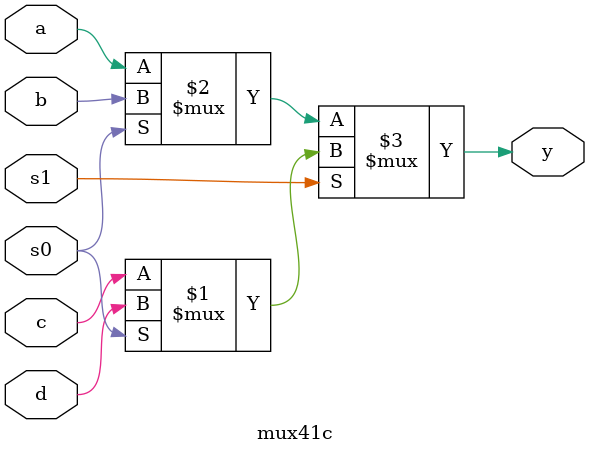
<source format=v>

module mux41c (s0,s1,a,b,c,d,y);
    input s0,s1,a,b,c,d;
    output y;

    assign  y=(s1)?(s0?d:c):(s0?b:a);
    endmodule

</source>
